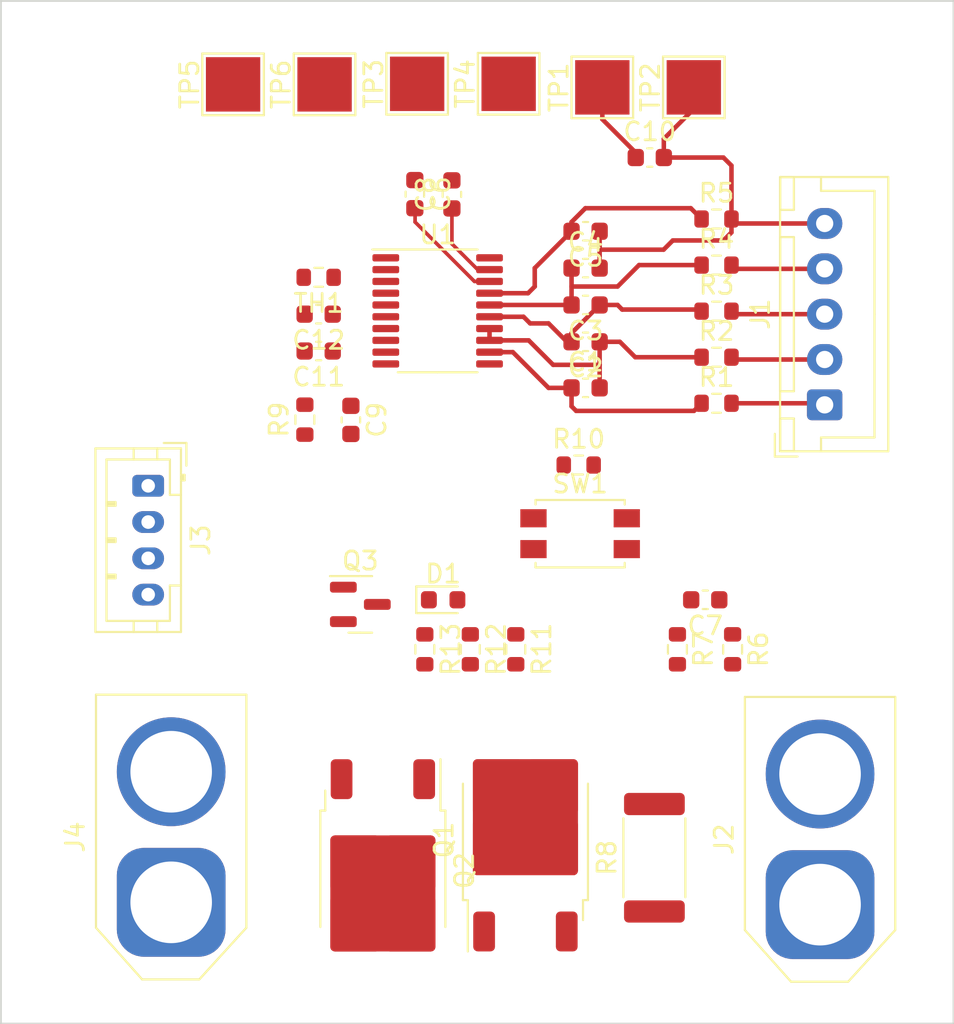
<source format=kicad_pcb>
(kicad_pcb (version 20221018) (generator pcbnew)
  (layers (0 "F.Cu" signal) (31 "B.Cu" signal) (34 "B.Paste" user) (35 "F.Paste" user) (36 "B.SilkS" user "B.Silkscreen") (37 "F.SilkS" user "F.Silkscreen") (38 "B.Mask" user) (39 "F.Mask" user) (44 "Edge.Cuts" user))
  (net 0 "")
  (net 1 "/CellMonitor/CELL3_Low")
  (net 2 "/CellMonitor/CELL2_Low")
  (net 3 "/CellMonitor/CELL1_Low")
  (net 4 "GNDREF")
  (net 5 "/CellMonitor/SRP")
  (net 6 "/CellMonitor/SRN")
  (net 7 "Net-(U1-BAT)")
  (net 8 "/REGOUT")
  (net 9 "/PACK_H")
  (net 10 "Net-(U1-CAP1)")
  (net 11 "Net-(D1-A)")
  (net 12 "Net-(J1-Pin_2)")
  (net 13 "Net-(J1-Pin_3)")
  (net 14 "Net-(J1-Pin_4)")
  (net 15 "/SCL")
  (net 16 "/ALERT")
  (net 17 "/SDA")
  (net 18 "/PACK_L")
  (net 19 "/CellMonitor/DSG")
  (net 20 "/CellMonitor/CHG")
  (net 21 "Net-(R10-Pad1)")
  (net 22 "Net-(U1-TS1)")
  (net 24 "/CellMonitor/IN_PROT")
  (net 25 "/CellMonitor/Q1_SRC")
  (net 26 "/CellMonitor/Q_DRN")
  (net 27 "/CellMonitor/CELL3_High")
  (net 28 "/CellMonitor/CELL0_Low")
  (footprint "Capacitor_SMD:C_0603_1608Metric" (layer "F.Cu") (at 109.995 91.44)
    (fp_text reference "C1" (at 0 -1.43) (layer "F.SilkS"))
    (fp_text value "Cc")
    (fp_line (start -0.14058 -0.51) (end 0.14058 -0.51) (stroke (width 0.12)) (layer "F.SilkS"))
    (fp_line (start -0.14058 0.51) (end 0.14058 0.51) (stroke (width 0.12)) (layer "F.SilkS"))
    (pad "1" smd roundrect (at -0.775 0) (size 0.9 0.95) (layers "F.Cu" "F.Paste" "F.Mask") (net 27 "/CellMonitor/CELL3_High"))
    (pad "2" smd roundrect (at 0.775 0) (size 0.9 0.95) (layers "F.Cu" "F.Paste" "F.Mask") (net 1 "/CellMonitor/CELL3_Low"))
  )
  (footprint "Diode_SMD:D_0603_1608Metric" (layer "F.Cu") (at 102.1335 103.124)
    (fp_text reference "D1" (at 0 -1.43) (layer "F.SilkS"))
    (fp_text value "D_Small")
    (fp_line (start -1.485 -0.735) (end -1.485 0.735) (stroke (width 0.12)) (layer "F.SilkS"))
    (fp_line (start -1.485 0.735) (end 0.8 0.735) (stroke (width 0.12)) (layer "F.SilkS"))
    (fp_line (start 0.8 -0.735) (end -1.485 -0.735) (stroke (width 0.12)) (layer "F.SilkS"))
    (pad "1" smd roundrect (at -0.7875 0) (size 0.875 0.95) (layers "F.Cu" "F.Paste" "F.Mask") (net 24 "/CellMonitor/IN_PROT"))
    (pad "2" smd roundrect (at 0.7875 0) (size 0.875 0.95) (layers "F.Cu" "F.Paste" "F.Mask") (net 11 "Net-(D1-A)"))
  )
  (footprint "Resistor_SMD:R_0603_1608Metric" (layer "F.Cu") (at 117.221 92.289)
    (fp_text reference "R1" (at 0 -1.43) (layer "F.SilkS"))
    (fp_text value "Rc")
    (fp_line (start -0.237258 -0.5225) (end 0.237258 -0.5225) (stroke (width 0.12)) (layer "F.SilkS"))
    (fp_line (start -0.237258 0.5225) (end 0.237258 0.5225) (stroke (width 0.12)) (layer "F.SilkS"))
    (pad "1" smd roundrect (at -0.825 0) (size 0.8 0.95) (layers "F.Cu" "F.Paste" "F.Mask") (net 27 "/CellMonitor/CELL3_High"))
    (pad "2" smd roundrect (at 0.825 0) (size 0.8 0.95) (layers "F.Cu" "F.Paste" "F.Mask") (net 9 "/PACK_H"))
  )
  (footprint "Resistor_SMD:R_0603_1608Metric" (layer "F.Cu") (at 101.122 105.855 -90)
    (fp_text reference "R13" (at 0 -1.43 90) (layer "F.SilkS"))
    (fp_text value "1M")
    (fp_line (start -0.237258 -0.5225) (end 0.237258 -0.5225) (stroke (width 0.12)) (layer "F.SilkS"))
    (fp_line (start -0.237258 0.5225) (end 0.237258 0.5225) (stroke (width 0.12)) (layer "F.SilkS"))
    (pad "1" smd roundrect (at -0.825 0 270) (size 0.8 0.95) (layers "F.Cu" "F.Paste" "F.Mask") (net 11 "Net-(D1-A)"))
    (pad "2" smd roundrect (at 0.825 0 270) (size 0.8 0.95) (layers "F.Cu" "F.Paste" "F.Mask") (net 24 "/CellMonitor/IN_PROT"))
  )
  (footprint "Resistor_SMD:R_2512_6332Metric" (layer "F.Cu") (at 113.792 117.348 90)
    (fp_text reference "R8" (at 0 -2.62 90) (layer "F.SilkS"))
    (fp_text value "Rsns")
    (fp_line (start -2.177064 -1.71) (end 2.177064 -1.71) (stroke (width 0.12)) (layer "F.SilkS"))
    (fp_line (start -2.177064 1.71) (end 2.177064 1.71) (stroke (width 0.12)) (layer "F.SilkS"))
    (pad "1" smd roundrect (at -2.9625 0 90) (size 1.225 3.35) (layers "F.Cu" "F.Paste" "F.Mask") (roundrect_rratio 0.204082) (net 4 "GNDREF"))
    (pad "2" smd roundrect (at 2.9625 0 90) (size 1.225 3.35) (layers "F.Cu" "F.Paste" "F.Mask") (roundrect_rratio 0.204082) (net 25 "/CellMonitor/Q1_SRC"))
  )
  (footprint "Resistor_SMD:R_0603_1608Metric" (layer "F.Cu") (at 109.614 95.693)
    (fp_text reference "R10" (at 0 -1.43) (layer "F.SilkS"))
    (fp_text value "10k")
    (fp_line (start -0.237258 -0.5225) (end 0.237258 -0.5225) (stroke (width 0.12)) (layer "F.SilkS"))
    (fp_line (start -0.237258 0.5225) (end 0.237258 0.5225) (stroke (width 0.12)) (layer "F.SilkS"))
    (pad "1" smd roundrect (at -0.825 0) (size 0.8 0.95) (layers "F.Cu" "F.Paste" "F.Mask") (net 21 "Net-(R10-Pad1)"))
    (pad "2" smd roundrect (at 0.825 0) (size 0.8 0.95) (layers "F.Cu" "F.Paste" "F.Mask") (net 22 "Net-(U1-TS1)"))
  )
  (footprint "Resistor_SMD:R_0603_1608Metric" (layer "F.Cu") (at 115.062 105.855 -90)
    (fp_text reference "R7" (at 0 -1.43 90) (layer "F.SilkS"))
    (fp_text value "100")
    (fp_line (start -0.237258 -0.5225) (end 0.237258 -0.5225) (stroke (width 0.12)) (layer "F.SilkS"))
    (fp_line (start -0.237258 0.5225) (end 0.237258 0.5225) (stroke (width 0.12)) (layer "F.SilkS"))
    (pad "1" smd roundrect (at -0.825 0 270) (size 0.8 0.95) (layers "F.Cu" "F.Paste" "F.Mask") (net 6 "/CellMonitor/SRN"))
    (pad "2" smd roundrect (at 0.825 0 270) (size 0.8 0.95) (layers "F.Cu" "F.Paste" "F.Mask") (net 25 "/CellMonitor/Q1_SRC"))
  )
  (footprint "Button_Switch_SMD:SW_SPST_EVQP2" (layer "F.Cu") (at 109.693 99.48)
    (fp_text reference "SW1" (at 0 -2.75) (layer "F.SilkS"))
    (fp_text value "SW_Push")
    (fp_line (start -2.46 -1.86) (end -2.46 -1.61) (stroke (width 0.12)) (layer "F.SilkS"))
    (fp_line (start -2.46 1.61) (end -2.46 1.86) (stroke (width 0.12)) (layer "F.SilkS"))
    (fp_line (start -2.46 1.86) (end 2.46 1.86) (stroke (width 0.12)) (layer "F.SilkS"))
    (fp_line (start 2.46 -1.86) (end -2.46 -1.86) (stroke (width 0.12)) (layer "F.SilkS"))
    (fp_line (start 2.46 -1.86) (end 2.46 -1.61) (stroke (width 0.12)) (layer "F.SilkS"))
    (fp_line (start 2.46 1.61) (end 2.46 1.86) (stroke (width 0.12)) (layer "F.SilkS"))
    (pad "1" smd rect (at -2.575 -0.85) (size 1.45 1) (layers "F.Cu" "F.Paste" "F.Mask") (net 3 "/CellMonitor/CELL1_Low"))
    (pad "1" smd rect (at 2.575 -0.85) (size 1.45 1) (layers "F.Cu" "F.Paste" "F.Mask") (net 3 "/CellMonitor/CELL1_Low"))
    (pad "2" smd rect (at -2.575 0.85) (size 1.45 1) (layers "F.Cu" "F.Paste" "F.Mask") (net 21 "Net-(R10-Pad1)"))
    (pad "2" smd rect (at 2.575 0.85) (size 1.45 1) (layers "F.Cu" "F.Paste" "F.Mask") (net 21 "Net-(R10-Pad1)"))
  )
  (footprint "Resistor_SMD:R_0603_1608Metric" (layer "F.Cu") (at 117.221 82.129)
    (fp_text reference "R5" (at 0 -1.43) (layer "F.SilkS"))
    (fp_text value "Rc")
    (fp_line (start -0.237258 -0.5225) (end 0.237258 -0.5225) (stroke (width 0.12)) (layer "F.SilkS"))
    (fp_line (start -0.237258 0.5225) (end 0.237258 0.5225) (stroke (width 0.12)) (layer "F.SilkS"))
    (pad "1" smd roundrect (at -0.825 0) (size 0.8 0.95) (layers "F.Cu" "F.Paste" "F.Mask") (net 28 "/CellMonitor/CELL0_Low"))
    (pad "2" smd roundrect (at 0.825 0) (size 0.8 0.95) (layers "F.Cu" "F.Paste" "F.Mask") (net 4 "GNDREF"))
  )
  (footprint "TestPoint:TestPoint_Pad_3.0x3.0mm" (layer "F.Cu") (at 110.918 74.871 90)
    (fp_text reference "TP1" (at 0 -2.398 90) (layer "F.SilkS"))
    (fp_text value "TestPoint")
    (fp_line (start -1.7 -1.7) (end 1.7 -1.7) (stroke (width 0.12)) (layer "F.SilkS"))
    (fp_line (start -1.7 1.7) (end -1.7 -1.7) (stroke (width 0.12)) (layer "F.SilkS"))
    (fp_line (start 1.7 -1.7) (end 1.7 1.7) (stroke (width 0.12)) (layer "F.SilkS"))
    (fp_line (start 1.7 1.7) (end -1.7 1.7) (stroke (width 0.12)) (layer "F.SilkS"))
    (pad "1" smd rect (at 0 0 90) (size 3 3) (layers "F.Cu" "F.Mask") (net 8 "/REGOUT"))
  )
  (footprint "Resistor_SMD:R_0603_1608Metric" (layer "F.Cu") (at 118.11 105.855 -90)
    (fp_text reference "R6" (at 0 -1.43 90) (layer "F.SilkS"))
    (fp_text value "100")
    (fp_line (start -0.237258 -0.5225) (end 0.237258 -0.5225) (stroke (width 0.12)) (layer "F.SilkS"))
    (fp_line (start -0.237258 0.5225) (end 0.237258 0.5225) (stroke (width 0.12)) (layer "F.SilkS"))
    (pad "1" smd roundrect (at -0.825 0 270) (size 0.8 0.95) (layers "F.Cu" "F.Paste" "F.Mask") (net 5 "/CellMonitor/SRP"))
    (pad "2" smd roundrect (at 0.825 0 270) (size 0.8 0.95) (layers "F.Cu" "F.Paste" "F.Mask") (net 4 "GNDREF"))
  )
  (footprint "Capacitor_SMD:C_0603_1608Metric" (layer "F.Cu") (at 109.995 88.9 180)
    (fp_text reference "C2" (at 0 -1.43) (layer "F.SilkS"))
    (fp_text value "Cc")
    (fp_line (start -0.14058 -0.51) (end 0.14058 -0.51) (stroke (width 0.12)) (layer "F.SilkS"))
    (fp_line (start -0.14058 0.51) (end 0.14058 0.51) (stroke (width 0.12)) (layer "F.SilkS"))
    (pad "1" smd roundrect (at -0.775 0 180) (size 0.9 0.95) (layers "F.Cu" "F.Paste" "F.Mask") (net 1 "/CellMonitor/CELL3_Low"))
    (pad "2" smd roundrect (at 0.775 0 180) (size 0.9 0.95) (layers "F.Cu" "F.Paste" "F.Mask") (net 2 "/CellMonitor/CELL2_Low"))
  )
  (footprint "Capacitor_SMD:C_0603_1608Metric" (layer "F.Cu") (at 113.538 78.74)
    (fp_text reference "C10" (at 0 -1.43) (layer "F.SilkS"))
    (fp_text value "4u7")
    (fp_line (start -0.14058 -0.51) (end 0.14058 -0.51) (stroke (width 0.12)) (layer "F.SilkS"))
    (fp_line (start -0.14058 0.51) (end 0.14058 0.51) (stroke (width 0.12)) (layer "F.SilkS"))
    (pad "1" smd roundrect (at -0.775 0) (size 0.9 0.95) (layers "F.Cu" "F.Paste" "F.Mask") (net 8 "/REGOUT"))
    (pad "2" smd roundrect (at 0.775 0) (size 0.9 0.95) (layers "F.Cu" "F.Paste" "F.Mask") (net 4 "GNDREF"))
  )
  (footprint "Capacitor_SMD:C_0603_1608Metric" (layer "F.Cu") (at 116.599 103.124 180)
    (fp_text reference "C7" (at 0 -1.43) (layer "F.SilkS"))
    (fp_text value "C_Small")
    (fp_line (start -0.14058 -0.51) (end 0.14058 -0.51) (stroke (width 0.12)) (layer "F.SilkS"))
    (fp_line (start -0.14058 0.51) (end 0.14058 0.51) (stroke (width 0.12)) (layer "F.SilkS"))
    (pad "1" smd roundrect (at -0.775 0 180) (size 0.9 0.95) (layers "F.Cu" "F.Paste" "F.Mask") (net 5 "/CellMonitor/SRP"))
    (pad "2" smd roundrect (at 0.775 0 180) (size 0.9 0.95) (layers "F.Cu" "F.Paste" "F.Mask") (net 6 "/CellMonitor/SRN"))
  )
  (footprint "TestPoint:TestPoint_Pad_3.0x3.0mm" (layer "F.Cu") (at 95.588 74.706 90)
    (fp_text reference "TP6" (at 0 -2.398 90) (layer "F.SilkS"))
    (fp_text value "TestPoint")
    (fp_line (start -1.7 -1.7) (end 1.7 -1.7) (stroke (width 0.12)) (layer "F.SilkS"))
    (fp_line (start -1.7 1.7) (end -1.7 -1.7) (stroke (width 0.12)) (layer "F.SilkS"))
    (fp_line (start 1.7 -1.7) (end 1.7 1.7) (stroke (width 0.12)) (layer "F.SilkS"))
    (fp_line (start 1.7 1.7) (end -1.7 1.7) (stroke (width 0.12)) (layer "F.SilkS"))
    (pad "1" smd rect (at 0 0 90) (size 3 3) (layers "F.Cu" "F.Mask") (net 4 "GNDREF"))
  )
  (footprint "Resistor_SMD:R_0603_1608Metric" (layer "F.Cu") (at 103.632 105.855 -90)
    (fp_text reference "R12" (at 0 -1.43 90) (layer "F.SilkS"))
    (fp_text value "1M")
    (fp_line (start -0.237258 -0.5225) (end 0.237258 -0.5225) (stroke (width 0.12)) (layer "F.SilkS"))
    (fp_line (start -0.237258 0.5225) (end 0.237258 0.5225) (stroke (width 0.12)) (layer "F.SilkS"))
    (pad "1" smd roundrect (at -0.825 0 270) (size 0.8 0.95) (layers "F.Cu" "F.Paste" "F.Mask") (net 24 "/CellMonitor/IN_PROT"))
    (pad "2" smd roundrect (at 0.825 0 270) (size 0.8 0.95) (layers "F.Cu" "F.Paste" "F.Mask") (net 18 "/PACK_L"))
  )
  (footprint "Connector_AMASS:AMASS_XT60-F_1x02_P7.20mm_Vertical" (layer "F.Cu") (at 122.936 119.932 90)
    (fp_text reference "J2" (at 3.6 -5.3 90) (layer "F.SilkS"))
    (fp_text value "Conn_01x02_Socket")
    (fp_line (start -4.25 -1.6) (end -4.25 1.55) (stroke (width 0.12)) (layer "F.SilkS"))
    (fp_line (start -4.25 1.55) (end -1.4 4.15) (stroke (width 0.12)) (layer "F.SilkS"))
    (fp_line (start -1.4 -4.15) (end -4.25 -1.6) (stroke (width 0.12)) (layer "F.SilkS"))
    (fp_line (start -1.4 4.15) (end 11.45 4.15) (stroke (width 0.12)) (layer "F.SilkS"))
    (fp_line (start 11.45 -4.15) (end -1.4 -4.15) (stroke (width 0.12)) (layer "F.SilkS"))
    (fp_line (start 11.45 4.15) (end 11.45 -4.15) (stroke (width 0.12)) (layer "F.SilkS"))
    (pad "1" thru_hole roundrect (at 0 0 90) (size 6 6) (drill 4.5) (layers "*.Cu" "*.Mask") (net 4 "GNDREF"))
    (pad "2" thru_hole circle (at 7.2 0 90) (size 6 6) (drill 4.5) (layers "*.Cu" "*.Mask") (net 9 "/PACK_H"))
  )
  (footprint "Package_TO_SOT_SMD:TO-252-2" (layer "F.Cu") (at 106.674 116.372 90)
    (fp_text reference "Q1" (at 0 -4.5 90) (layer "F.SilkS"))
    (fp_text value "Q_NMOS_GDS")
    (fp_line (start -3.31 -3.45) (end -3.31 -3.18) (stroke (width 0.12)) (layer "F.SilkS"))
    (fp_line (start -3.31 -3.18) (end -6.14 -3.18) (stroke (width 0.12)) (layer "F.SilkS"))
    (fp_line (start -3.31 3.18) (end -4.41 3.18) (stroke (width 0.12)) (layer "F.SilkS"))
    (fp_line (start -3.31 3.45) (end -3.31 3.18) (stroke (width 0.12)) (layer "F.SilkS"))
    (fp_line (start 3.11 -3.45) (end -3.31 -3.45) (stroke (width 0.12)) (layer "F.SilkS"))
    (fp_line (start 3.11 3.45) (end -3.31 3.45) (stroke (width 0.12)) (layer "F.SilkS"))
    (pad "1" smd roundrect (at -5.04 -2.28 90) (size 2.2 1.2) (layers "F.Cu" "F.Paste" "F.Mask") (roundrect_rratio 0.208333) (net 19 "/CellMonitor/DSG"))
    (pad "2" smd roundrect (at -0.415 -1.525 90) (size 3.05 2.75) (layers "F.Cu" "F.Paste") (roundrect_rratio 0.090909) (net 26 "/CellMonitor/Q_DRN"))
    (pad "2" smd roundrect (at -0.415 1.525 90) (size 3.05 2.75) (layers "F.Cu" "F.Paste") (roundrect_rratio 0.090909) (net 26 "/CellMonitor/Q_DRN"))
    (pad "2" smd roundrect (at 1.26 0 90) (size 6.4 5.8) (layers "F.Cu" "F.Mask") (roundrect_rratio 0.043103) (net 26 "/CellMonitor/Q_DRN"))
    (pad "2" smd roundrect (at 2.935 -1.525 90) (size 3.05 2.75) (layers "F.Cu" "F.Paste") (roundrect_rratio 0.090909) (net 26 "/CellMonitor/Q_DRN"))
    (pad "2" smd roundrect (at 2.935 1.525 90) (size 3.05 2.75) (layers "F.Cu" "F.Paste") (roundrect_rratio 0.090909) (net 26 "/CellMonitor/Q_DRN"))
    (pad "3" smd roundrect (at -5.04 2.28 90) (size 2.2 1.2) (layers "F.Cu" "F.Paste" "F.Mask") (roundrect_rratio 0.208333) (net 25 "/CellMonitor/Q1_SRC"))
  )
  (footprint "Package_SO:TSSOP-20_4.4x6.5mm_P0.65mm" (layer "F.Cu") (at 101.83 87.195)
    (fp_text reference "U1" (at 0 -4.2) (layer "F.SilkS"))
    (fp_text value "BQ76920PW")
    (fp_line (start 0 -3.385) (end -3.6 -3.385) (stroke (width 0.12)) (layer "F.SilkS"))
    (fp_line (start 0 -3.385) (end 2.2 -3.385) (stroke (width 0.12)) (layer "F.SilkS"))
    (fp_line (start 0 3.385) (end -2.2 3.385) (stroke (width 0.12)) (layer "F.SilkS"))
    (fp_line (start 0 3.385) (end 2.2 3.385) (stroke (width 0.12)) (layer "F.SilkS"))
    (pad "1" smd roundrect (at -2.8625 -2.925) (size 1.475 0.4) (layers "F.Cu" "F.Paste" "F.Mask") (net 19 "/CellMonitor/DSG"))
    (pad "2" smd roundrect (at -2.8625 -2.275) (size 1.475 0.4) (layers "F.Cu" "F.Paste" "F.Mask") (net 20 "/CellMonitor/CHG"))
    (pad "3" smd roundrect (at -2.8625 -1.625) (size 1.475 0.4) (layers "F.Cu" "F.Paste" "F.Mask") (net 4 "GNDREF"))
    (pad "4" smd roundrect (at -2.8625 -0.975) (size 1.475 0.4) (layers "F.Cu" "F.Paste" "F.Mask") (net 17 "/SDA"))
    (pad "5" smd roundrect (at -2.8625 -0.325) (size 1.475 0.4) (layers "F.Cu" "F.Paste" "F.Mask") (net 15 "/SCL"))
    (pad "6" smd roundrect (at -2.8625 0.325) (size 1.475 0.4) (layers "F.Cu" "F.Paste" "F.Mask") (net 22 "Net-(U1-TS1)"))
    (pad "7" smd roundrect (at -2.8625 0.975) (size 1.475 0.4) (layers "F.Cu" "F.Paste" "F.Mask") (net 10 "Net-(U1-CAP1)"))
    (pad "8" smd roundrect (at -2.8625 1.625) (size 1.475 0.4) (layers "F.Cu" "F.Paste" "F.Mask") (net 8 "/REGOUT"))
    (pad "9" smd roundrect (at -2.8625 2.275) (size 1.475 0.4) (layers "F.Cu" "F.Paste" "F.Mask") (net 9 "/PACK_H"))
    (pad "10" smd roundrect (at -2.8625 2.925) (size 1.475 0.4) (layers "F.Cu" "F.Paste" "F.Mask") (net 7 "Net-(U1-BAT)"))
    (pad "11" smd roundrect (at 2.8625 2.925) (size 1.475 0.4) (layers "F.Cu" "F.Paste" "F.Mask"))
    (pad "12" smd roundrect (at 2.8625 2.275) (size 1.475 0.4) (layers "F.Cu" "F.Paste" "F.Mask") (net 27 "/CellMonitor/CELL3_High"))
    (pad "13" smd roundrect (at 2.8625 1.625) (size 1.475 0.4) (layers "F.Cu" "F.Paste" "F.Mask") (net 1 "/CellMonitor/CELL3_Low"))
    (pad "14" smd roundrect (at 2.8625 0.975) (size 1.475 0.4) (layers "F.Cu" "F.Paste" "F.Mask") (net 1 "/CellMonitor/CELL3_Low"))
    (pad "15" smd roundrect (at 2.8625 0.325) (size 1.475 0.4) (layers "F.Cu" "F.Paste" "F.Mask") (net 2 "/CellMonitor/CELL2_Low"))
    (pad "16" smd roundrect (at 2.8625 -0.325) (size 1.475 0.4) (layers "F.Cu" "F.Paste" "F.Mask") (net 3 "/CellMonitor/CELL1_Low"))
    (pad "17" smd roundrect (at 2.8625 -0.975) (size 1.475 0.4) (layers "F.Cu" "F.Paste" "F.Mask") (net 28 "/CellMonitor/CELL0_Low"))
    (pad "18" smd roundrect (at 2.8625 -1.625) (size 1.475 0.4) (layers "F.Cu" "F.Paste" "F.Mask") (net 5 "/CellMonitor/SRP"))
    (pad "19" smd roundrect (at 2.8625 -2.275) (size 1.475 0.4) (layers "F.Cu" "F.Paste" "F.Mask") (net 6 "/CellMonitor/SRN"))
    (pad "20" smd roundrect (at 2.8625 -2.925) (size 1.475 0.4) (layers "F.Cu" "F.Paste" "F.Mask") (net 16 "/ALERT"))
  )
  (footprint "Resistor_SMD:R_0603_1608Metric" (layer "F.Cu") (at 106.142 105.855 -90)
    (fp_text reference "R11" (at 0 -1.43 90) (layer "F.SilkS"))
    (fp_text value "1M")
    (fp_line (start -0.237258 -0.5225) (end 0.237258 -0.5225) (stroke (width 0.12)) (layer "F.SilkS"))
    (fp_line (start -0.237258 0.5225) (end 0.237258 0.5225) (stroke (width 0.12)) (layer "F.SilkS"))
    (pad "1" smd roundrect (at -0.825 0 270) (size 0.8 0.95) (layers "F.Cu" "F.Paste" "F.Mask") (net 19 "/CellMonitor/DSG"))
    (pad "2" smd roundrect (at 0.825 0 270) (size 0.8 0.95) (layers "F.Cu" "F.Paste" "F.Mask") (net 25 "/CellMonitor/Q1_SRC"))
  )
  (footprint "Capacitor_SMD:C_0603_1608Metric" (layer "F.Cu") (at 100.571 80.759 -90)
    (fp_text reference "C6" (at 0 -1.43 90) (layer "F.SilkS"))
    (fp_text value "C_Small")
    (fp_line (start -0.14058 -0.51) (end 0.14058 -0.51) (stroke (width 0.12)) (layer "F.SilkS"))
    (fp_line (start -0.14058 0.51) (end 0.14058 0.51) (stroke (width 0.12)) (layer "F.SilkS"))
    (pad "1" smd roundrect (at -0.775 0 270) (size 0.9 0.95) (layers "F.Cu" "F.Paste" "F.Mask") (net 4 "GNDREF"))
    (pad "2" smd roundrect (at 0.775 0 270) (size 0.9 0.95) (layers "F.Cu" "F.Paste" "F.Mask") (net 5 "/CellMonitor/SRP"))
  )
  (footprint "Connector_AMASS:AMASS_XT60-M_1x02_P7.20mm_Vertical" (layer "F.Cu") (at 87.122 119.805 90)
    (fp_text reference "J4" (at 3.6 -5.3 90) (layer "F.SilkS"))
    (fp_text value "Conn_01x02_Socket")
    (fp_line (start -4.25 -1.6) (end -4.25 1.55) (stroke (width 0.12)) (layer "F.SilkS"))
    (fp_line (start -4.25 1.55) (end -1.4 4.15) (stroke (width 0.12)) (layer "F.SilkS"))
    (fp_line (start -1.4 -4.15) (end -4.25 -1.6) (stroke (width 0.12)) (layer "F.SilkS"))
    (fp_line (start -1.4 4.15) (end 11.45 4.15) (stroke (width 0.12)) (layer "F.SilkS"))
    (fp_line (start 11.45 -4.15) (end -1.4 -4.15) (stroke (width 0.12)) (layer "F.SilkS"))
    (fp_line (start 11.45 4.15) (end 11.45 -4.15) (stroke (width 0.12)) (layer "F.SilkS"))
    (pad "1" thru_hole roundrect (at 0 0 90) (size 6 6) (drill 4.5) (layers "*.Cu" "*.Mask") (net 18 "/PACK_L"))
    (pad "2" thru_hole circle (at 7.2 0 90) (size 6 6) (drill 4.5) (layers "*.Cu" "*.Mask") (net 9 "/PACK_H"))
  )
  (footprint "Capacitor_SMD:C_0603_1608Metric" (layer "F.Cu") (at 102.616 80.772 90)
    (fp_text reference "C8" (at 0 -1.43 90) (layer "F.SilkS"))
    (fp_text value "C_Small")
    (fp_line (start -0.14058 -0.51) (end 0.14058 -0.51) (stroke (width 0.12)) (layer "F.SilkS"))
    (fp_line (start -0.14058 0.51) (end 0.14058 0.51) (stroke (width 0.12)) (layer "F.SilkS"))
    (pad "1" smd roundrect (at -0.775 0 90) (size 0.9 0.95) (layers "F.Cu" "F.Paste" "F.Mask") (net 6 "/CellMonitor/SRN"))
    (pad "2" smd roundrect (at 0.775 0 90) (size 0.9 0.95) (layers "F.Cu" "F.Paste" "F.Mask") (net 4 "GNDREF"))
  )
  (footprint "Capacitor_SMD:C_0603_1608Metric" (layer "F.Cu") (at 97.041 93.205 -90)
    (fp_text reference "C9" (at 0 -1.43 90) (layer "F.SilkS"))
    (fp_text value "Cf")
    (fp_line (start -0.14058 -0.51) (end 0.14058 -0.51) (stroke (width 0.12)) (layer "F.SilkS"))
    (fp_line (start -0.14058 0.51) (end 0.14058 0.51) (stroke (width 0.12)) (layer "F.SilkS"))
    (pad "1" smd roundrect (at -0.775 0 270) (size 0.9 0.95) (layers "F.Cu" "F.Paste" "F.Mask") (net 7 "Net-(U1-BAT)"))
    (pad "2" smd roundrect (at 0.775 0 270) (size 0.9 0.95) (layers "F.Cu" "F.Paste" "F.Mask") (net 4 "GNDREF"))
  )
  (footprint "Resistor_SMD:R_0603_1608Metric" (layer "F.Cu") (at 95.263 85.344 180)
    (fp_text reference "TH1" (at 0 -1.43) (layer "F.SilkS"))
    (fp_text value "10k")
    (fp_line (start -0.237258 -0.5225) (end 0.237258 -0.5225) (stroke (width 0.12)) (layer "F.SilkS"))
    (fp_line (start -0.237258 0.5225) (end 0.237258 0.5225) (stroke (width 0.12)) (layer "F.SilkS"))
    (pad "1" smd roundrect (at -0.825 0 180) (size 0.8 0.95) (layers "F.Cu" "F.Paste" "F.Mask") (net 22 "Net-(U1-TS1)"))
    (pad "2" smd roundrect (at 0.825 0 180) (size 0.8 0.95) (layers "F.Cu" "F.Paste" "F.Mask") (net 4 "GNDREF"))
  )
  (footprint "Capacitor_SMD:C_0603_1608Metric" (layer "F.Cu") (at 95.263 87.376 180)
    (fp_text reference "C12" (at 0 -1.43) (layer "F.SilkS"))
    (fp_text value "1u")
    (fp_line (start -0.14058 -0.51) (end 0.14058 -0.51) (stroke (width 0.12)) (layer "F.SilkS"))
    (fp_line (start -0.14058 0.51) (end 0.14058 0.51) (stroke (width 0.12)) (layer "F.SilkS"))
    (pad "1" smd roundrect (at -0.775 0 180) (size 0.9 0.95) (layers "F.Cu" "F.Paste" "F.Mask") (net 10 "Net-(U1-CAP1)"))
    (pad "2" smd roundrect (at 0.775 0 180) (size 0.9 0.95) (layers "F.Cu" "F.Paste" "F.Mask") (net 4 "GNDREF"))
  )
  (footprint "TestPoint:TestPoint_Pad_3.0x3.0mm" (layer "F.Cu") (at 105.748 74.676 90)
    (fp_text reference "TP4" (at 0 -2.398 90) (layer "F.SilkS"))
    (fp_text value "TestPoint")
    (fp_line (start -1.7 -1.7) (end 1.7 -1.7) (stroke (width 0.12)) (layer "F.SilkS"))
    (fp_line (start -1.7 1.7) (end -1.7 -1.7) (stroke (width 0.12)) (layer "F.SilkS"))
    (fp_line (start 1.7 -1.7) (end 1.7 1.7) (stroke (width 0.12)) (layer "F.SilkS"))
    (fp_line (start 1.7 1.7) (end -1.7 1.7) (stroke (width 0.12)) (layer "F.SilkS"))
    (pad "1" smd rect (at 0 0 90) (size 3 3) (layers "F.Cu" "F.Mask") (net 16 "/ALERT"))
  )
  (footprint "Capacitor_SMD:C_0603_1608Metric" (layer "F.Cu") (at 109.995 86.868 180)
    (fp_text reference "C3" (at 0 -1.43) (layer "F.SilkS"))
    (fp_text value "Cc")
    (fp_line (start -0.14058 -0.51) (end 0.14058 -0.51) (stroke (width 0.12)) (layer "F.SilkS"))
    (fp_line (start -0.14058 0.51) (end 0.14058 0.51) (stroke (width 0.12)) (layer "F.SilkS"))
    (pad "1" smd roundrect (at -0.775 0 180) (size 0.9 0.95) (layers "F.Cu" "F.Paste" "F.Mask") (net 2 "/CellMonitor/CELL2_Low"))
    (pad "2" smd roundrect (at 0.775 0 180) (size 0.9 0.95) (layers "F.Cu" "F.Paste" "F.Mask") (net 3 "/CellMonitor/CELL1_Low"))
  )
  (footprint "Resistor_SMD:R_0603_1608Metric" (layer "F.Cu") (at 117.221 84.669)
    (fp_text reference "R4" (at 0 -1.43) (layer "F.SilkS"))
    (fp_text value "Rc")
    (fp_line (start -0.237258 -0.5225) (end 0.237258 -0.5225) (stroke (width 0.12)) (layer "F.SilkS"))
    (fp_line (start -0.237258 0.5225) (end 0.237258 0.5225) (stroke (width 0.12)) (layer "F.SilkS"))
    (pad "1" smd roundrect (at -0.825 0) (size 0.8 0.95) (layers "F.Cu" "F.Paste" "F.Mask") (net 3 "/CellMonitor/CELL1_Low"))
    (pad "2" smd roundrect (at 0.825 0) (size 0.8 0.95) (layers "F.Cu" "F.Paste" "F.Mask") (net 14 "Net-(J1-Pin_4)"))
  )
  (footprint "Capacitor_SMD:C_0603_1608Metric" (layer "F.Cu") (at 109.995 84.836)
    (fp_text reference "C4" (at 0 -1.43) (layer "F.SilkS"))
    (fp_text value "Cc")
    (fp_line (start -0.14058 -0.51) (end 0.14058 -0.51) (stroke (width 0.12)) (layer "F.SilkS"))
    (fp_line (start -0.14058 0.51) (end 0.14058 0.51) (stroke (width 0.12)) (layer "F.SilkS"))
    (pad "1" smd roundrect (at -0.775 0) (size 0.9 0.95) (layers "F.Cu" "F.Paste" "F.Mask") (net 3 "/CellMonitor/CELL1_Low"))
    (pad "2" smd roundrect (at 0.775 0) (size 0.9 0.95) (layers "F.Cu" "F.Paste" "F.Mask") (net 4 "GNDREF"))
  )
  (footprint "Connector_JST:JST_XH_B5B-XH-A_1x05_P2.50mm_Vertical" (layer "F.Cu") (at 123.19 92.376 90)
    (fp_text reference "J1" (at 5 -3.55 90) (layer "F.SilkS"))
    (fp_text value "Conn_01x05_Socket")
    (fp_line (start -2.85 -2.75) (end -2.85 -1.5) (stroke (width 0.12)) (layer "F.SilkS"))
    (fp_line (start -2.56 -2.46) (end -2.56 3.51) (stroke (width 0.12)) (layer "F.SilkS"))
    (fp_line (start -2.56 3.51) (end 12.56 3.51) (stroke (width 0.12)) (layer "F.SilkS"))
    (fp_line (start -2.55 -2.45) (end -2.55 -1.7) (stroke (width 0.12)) (layer "F.SilkS"))
    (fp_line (start -2.55 -1.7) (end -0.75 -1.7) (stroke (width 0.12)) (layer "F.SilkS"))
    (fp_line (start -2.55 -0.2) (end -1.8 -0.2) (stroke (width 0.12)) (layer "F.SilkS"))
    (fp_line (start -1.8 -0.2) (end -1.8 2.75) (stroke (width 0.12)) (layer "F.SilkS"))
    (fp_line (start -1.8 2.75) (end 5 2.75) (stroke (width 0.12)) (layer "F.SilkS"))
    (fp_line (start -1.6 -2.75) (end -2.85 -2.75) (stroke (width 0.12)) (layer "F.SilkS"))
    (fp_line (start -0.75 -2.45) (end -2.55 -2.45) (stroke (width 0.12)) (layer "F.SilkS"))
    (fp_line (start -0.75 -1.7) (end -0.75 -2.45) (stroke (width 0.12)) (layer "F.SilkS"))
    (fp_line (start 0.75 -2.45) (end 0.75 -1.7) (stroke (width 0.12)) (layer "F.SilkS"))
    (fp_line (start 0.75 -1.7) (end 9.25 -1.7) (stroke (width 0.12)) (layer "F.SilkS"))
    (fp_line (start 9.25 -2.45) (end 0.75 -2.45) (stroke (width 0.12)) (layer "F.SilkS"))
    (fp_line (start 9.25 -1.7) (end 9.25 -2.45) (stroke (width 0.12)) (layer "F.SilkS"))
    (fp_line (start 10.75 -2.45) (end 10.75 -1.7) (stroke (width 0.12)) (layer "F.SilkS"))
    (fp_line (start 10.75 -1.7) (end 12.55 -1.7) (stroke (width 0.12)) (layer "F.SilkS"))
    (fp_line (start 11.8 -0.2) (end 11.8 2.75) (stroke (width 0.12)) (layer "F.SilkS"))
    (fp_line (start 11.8 2.75) (end 5 2.75) (stroke (width 0.12)) (layer "F.SilkS"))
    (fp_line (start 12.55 -2.45) (end 10.75 -2.45) (stroke (width 0.12)) (layer "F.SilkS"))
    (fp_line (start 12.55 -1.7) (end 12.55 -2.45) (stroke (width 0.12)) (layer "F.SilkS"))
    (fp_line (start 12.55 -0.2) (end 11.8 -0.2) (stroke (width 0.12)) (layer "F.SilkS"))
    (fp_line (start 12.56 -2.46) (end -2.56 -2.46) (stroke (width 0.12)) (layer "F.SilkS"))
    (fp_line (start 12.56 3.51) (end 12.56 -2.46) (stroke (width 0.12)) (layer "F.SilkS"))
    (pad "1" thru_hole roundrect (at 0 0 90) (size 1.7 1.95) (drill 0.95) (layers "*.Cu" "*.Mask") (roundrect_rratio 0.147059) (net 9 "/PACK_H"))
    (pad "2" thru_hole oval (at 2.5 0 90) (size 1.7 1.95) (drill 0.95) (layers "*.Cu" "*.Mask") (net 12 "Net-(J1-Pin_2)"))
    (pad "3" thru_hole oval (at 5 0 90) (size 1.7 1.95) (drill 0.95) (layers "*.Cu" "*.Mask") (net 13 "Net-(J1-Pin_3)"))
    (pad "4" thru_hole oval (at 7.5 0 90) (size 1.7 1.95) (drill 0.95) (layers "*.Cu" "*.Mask") (net 14 "Net-(J1-Pin_4)"))
    (pad "5" thru_hole oval (at 10 0 90) (size 1.7 1.95) (drill 0.95) (layers "*.Cu" "*.Mask") (net 4 "GNDREF"))
  )
  (footprint "Connector_JST:JST_PH_B4B-PH-K_1x04_P2.00mm_Vertical" (layer "F.Cu") (at 85.852 96.838 -90)
    (fp_text reference "J3" (at 3 -2.9 90) (layer "F.SilkS"))
    (fp_text value "Conn_01x04_Pin")
    (fp_line (start -2.36 -2.11) (end -2.36 -0.86) (stroke (width 0.12)) (layer "F.SilkS"))
    (fp_line (start -2.06 -1.81) (end -2.06 2.91) (stroke (width 0.12)) (layer "F.SilkS"))
    (fp_line (start -2.06 -0.5) (end -1.45 -0.5) (stroke (width 0.12)) (layer "F.SilkS"))
    (fp_line (start -2.06 0.8) (end -1.45 0.8) (stroke (width 0.12)) (layer "F.SilkS"))
    (fp_line (start -2.06 2.91) (end 8.06 2.91) (stroke (width 0.12)) (layer "F.SilkS"))
    (fp_line (start -1.45 -1.2) (end -1.45 2.3) (stroke (width 0.12)) (layer "F.SilkS"))
    (fp_line (start -1.45 2.3) (end 7.45 2.3) (stroke (width 0.12)) (layer "F.SilkS"))
    (fp_line (start -1.11 -2.11) (end -2.36 -2.11) (stroke (width 0.12)) (layer "F.SilkS"))
    (fp_line (start -0.6 -2.01) (end -0.6 -1.81) (stroke (width 0.12)) (layer "F.SilkS"))
    (fp_line (start -0.3 -2.01) (end -0.6 -2.01) (stroke (width 0.12)) (layer "F.SilkS"))
    (fp_line (start -0.3 -1.91) (end -0.6 -1.91) (stroke (width 0.12)) (layer "F.SilkS"))
    (fp_line (start -0.3 -1.81) (end -0.3 -2.01) (stroke (width 0.12)) (layer "F.SilkS"))
    (fp_line (start 0.5 -1.81) (end 0.5 -1.2) (stroke (width 0.12)) (layer "F.SilkS"))
    (fp_line (start 0.5 -1.2) (end -1.45 -1.2) (stroke (width 0.12)) (layer "F.SilkS"))
    (fp_line (start 0.9 1.8) (end 1.1 1.8) (stroke (width 0.12)) (layer "F.SilkS"))
    (fp_line (start 0.9 2.3) (end 0.9 1.8) (stroke (width 0.12)) (layer "F.SilkS"))
    (fp_line (start 1 2.3) (end 1 1.8) (stroke (width 0.12)) (layer "F.SilkS"))
    (fp_line (start 1.1 1.8) (end 1.1 2.3) (stroke (width 0.12)) (layer "F.SilkS"))
    (fp_line (start 2.9 1.8) (end 3.1 1.8) (stroke (width 0.12)) (layer "F.SilkS"))
    (fp_line (start 2.9 2.3) (end 2.9 1.8) (stroke (width 0.12)) (layer "F.SilkS"))
    (fp_line (start 3 2.3) (end 3 1.8) (stroke (width 0.12)) (layer "F.SilkS"))
    (fp_line (start 3.1 1.8) (end 3.1 2.3) (stroke (width 0.12)) (layer "F.SilkS"))
    (fp_line (start 4.9 1.8) (end 5.1 1.8) (stroke (width 0.12)) (layer "F.SilkS"))
    (fp_line (start 4.9 2.3) (end 4.9 1.8) (stroke (width 0.12)) (layer "F.SilkS"))
    (fp_line (start 5 2.3) (end 5 1.8) (stroke (width 0.12)) (layer "F.SilkS"))
    (fp_line (start 5.1 1.8) (end 5.1 2.3) (stroke (width 0.12)) (layer "F.SilkS"))
    (fp_line (start 5.5 -1.2) (end 5.5 -1.81) (stroke (width 0.12)) (layer "F.SilkS"))
    (fp_line (start 7.45 -1.2) (end 5.5 -1.2) (stroke (width 0.12)) (layer "F.SilkS"))
    (fp_line (start 7.45 2.3) (end 7.45 -1.2) (stroke (width 0.12)) (layer "F.SilkS"))
    (fp_line (start 8.06 -1.81) (end -2.06 -1.81) (stroke (width 0.12)) (layer "F.SilkS"))
    (fp_line (start 8.06 -0.5) (end 7.45 -0.5) (stroke (width 0.12)) (layer "F.SilkS"))
    (fp_line (start 8.06 0.8) (end 7.45 0.8) (stroke (width 0.12)) (layer "F.SilkS"))
    (fp_line (start 8.06 2.91) (end 8.06 -1.81) (stroke (width 0.12)) (layer "F.SilkS"))
    (pad "1" thru_hole roundrect (at 0 0 270) (size 1.2 1.75) (drill 0.75) (layers "*.Cu" "*.Mask") (roundrect_rratio 0.208333) (net 15 "/SCL"))
    (pad "2" thru_hole oval (at 2 0 270) (size 1.2 1.75) (drill 0.75) (layers "*.Cu" "*.Mask") (net 16 "/ALERT"))
    (pad "3" thru_hole oval (at 4 0 270) (size 1.2 1.75) (drill 0.75) (layers "*.Cu" "*.Mask") (net 17 "/SDA"))
    (pad "4" thru_hole oval (at 6 0 270) (size 1.2 1.75) (drill 0.75) (layers "*.Cu" "*.Mask") (net 4 "GNDREF"))
  )
  (footprint "Resistor_SMD:R_0603_1608Metric" (layer "F.Cu") (at 94.501 93.192 90)
    (fp_text reference "R9" (at 0 -1.43 90) (layer "F.SilkS"))
    (fp_text value "Rf")
    (fp_line (start -0.237258 -0.5225) (end 0.237258 -0.5225) (stroke (width 0.12)) (layer "F.SilkS"))
    (fp_line (start -0.237258 0.5225) (end 0.237258 0.5225) (stroke (width 0.12)) (layer "F.SilkS"))
    (pad "1" smd roundrect (at -0.825 0 90) (size 0.8 0.95) (layers "F.Cu" "F.Paste" "F.Mask") (net 9 "/PACK_H"))
    (pad "2" smd roundrect (at 0.825 0 90) (size 0.8 0.95) (layers "F.Cu" "F.Paste" "F.Mask") (net 7 "Net-(U1-BAT)"))
  )
  (footprint "Package_TO_SOT_SMD:TO-252-2" (layer "F.Cu") (at 98.806 118.055 -90)
    (fp_text reference "Q2" (at 0 -4.5 90) (layer "F.SilkS"))
    (fp_text value "Q_NMOS_GDS")
    (fp_line (start -3.31 -3.45) (end -3.31 -3.18) (stroke (width 0.12)) (layer "F.SilkS"))
    (fp_line (start -3.31 -3.18) (end -6.14 -3.18) (stroke (width 0.12)) (layer "F.SilkS"))
    (fp_line (start -3.31 3.18) (end -4.41 3.18) (stroke (width 0.12)) (layer "F.SilkS"))
    (fp_line (start -3.31 3.45) (end -3.31 3.18) (stroke (width 0.12)) (layer "F.SilkS"))
    (fp_line (start 3.11 -3.45) (end -3.31 -3.45) (stroke (width 0.12)) (layer "F.SilkS"))
    (fp_line (start 3.11 3.45) (end -3.31 3.45) (stroke (width 0.12)) (layer "F.SilkS"))
    (pad "1" smd roundrect (at -5.04 -2.28 270) (size 2.2 1.2) (layers "F.Cu" "F.Paste" "F.Mask") (roundrect_rratio 0.208333) (net 24 "/CellMonitor/IN_PROT"))
    (pad "2" smd roundrect (at -0.415 -1.525 270) (size 3.05 2.75) (layers "F.Cu" "F.Paste") (roundrect_rratio 0.090909) (net 26 "/CellMonitor/Q_DRN"))
    (pad "2" smd roundrect (at -0.415 1.525 270) (size 3.05 2.75) (layers "F.Cu" "F.Paste") (roundrect_rratio 0.090909) (net 26 "/CellMonitor/Q_DRN"))
    (pad "2" smd roundrect (at 1.26 0 270) (size 6.4 5.8) (layers "F.Cu" "F.Mask") (roundrect_rratio 0.043103) (net 26 "/CellMonitor/Q_DRN"))
    (pad "2" smd roundrect (at 2.935 -1.525 270) (size 3.05 2.75) (layers "F.Cu" "F.Paste") (roundrect_rratio 0.090909) (net 26 "/CellMonitor/Q_DRN"))
    (pad "2" smd roundrect (at 2.935 1.525 270) (size 3.05 2.75) (layers "F.Cu" "F.Paste") (roundrect_rratio 0.090909) (net 26 "/CellMonitor/Q_DRN"))
    (pad "3" smd roundrect (at -5.04 2.28 270) (size 2.2 1.2) (layers "F.Cu" "F.Paste" "F.Mask") (roundrect_rratio 0.208333) (net 18 "/PACK_L"))
  )
  (footprint "Capacitor_SMD:C_0603_1608Metric" (layer "F.Cu") (at 109.995 82.804 180)
    (fp_text reference "C5" (at 0 -1.43) (layer "F.SilkS"))
    (fp_text value "Cc")
    (fp_line (start -0.14058 -0.51) (end 0.14058 -0.51) (stroke (width 0.12)) (layer "F.SilkS"))
    (fp_line (start -0.14058 0.51) (end 0.14058 0.51) (stroke (width 0.12)) (layer "F.SilkS"))
    (pad "1" smd roundrect (at -0.775 0 180) (size 0.9 0.95) (layers "F.Cu" "F.Paste" "F.Mask") (net 4 "GNDREF"))
    (pad "2" smd roundrect (at 0.775 0 180) (size 0.9 0.95) (layers "F.Cu" "F.Paste" "F.Mask") (net 28 "/CellMonitor/CELL0_Low"))
  )
  (footprint "TestPoint:TestPoint_Pad_3.0x3.0mm" (layer "F.Cu") (at 90.538 74.706 90)
    (fp_text reference "TP5" (at 0 -2.398 90) (layer "F.SilkS"))
    (fp_text value "TestPoint")
    (fp_line (start -1.7 -1.7) (end 1.7 -1.7) (stroke (width 0.12)) (layer "F.SilkS"))
    (fp_line (start -1.7 1.7) (end -1.7 -1.7) (stroke (width 0.12)) (layer "F.SilkS"))
    (fp_line (start 1.7 -1.7) (end 1.7 1.7) (stroke (width 0.12)) (layer "F.SilkS"))
    (fp_line (start 1.7 1.7) (end -1.7 1.7) (stroke (width 0.12)) (layer "F.SilkS"))
    (pad "1" smd rect (at 0 0 90) (size 3 3) (layers "F.Cu" "F.Mask") (net 17 "/SDA"))
  )
  (footprint "Capacitor_SMD:C_0603_1608Metric" (layer "F.Cu") (at 95.263 89.408 180)
    (fp_text reference "C11" (at 0 -1.43) (layer "F.SilkS"))
    (fp_text value "1u")
    (fp_line (start -0.14058 -0.51) (end 0.14058 -0.51) (stroke (width 0.12)) (layer "F.SilkS"))
    (fp_line (start -0.14058 0.51) (end 0.14058 0.51) (stroke (width 0.12)) (layer "F.SilkS"))
    (pad "1" smd roundrect (at -0.775 0 180) (size 0.9 0.95) (layers "F.Cu" "F.Paste" "F.Mask") (net 9 "/PACK_H"))
    (pad "2" smd roundrect (at 0.775 0 180) (size 0.9 0.95) (layers "F.Cu" "F.Paste" "F.Mask") (net 4 "GNDREF"))
  )
  (footprint "TestPoint:TestPoint_Pad_3.0x3.0mm" (layer "F.Cu") (at 100.698 74.676 90)
    (fp_text reference "TP3" (at 0 -2.398 90) (layer "F.SilkS"))
    (fp_text value "TestPoint")
    (fp_line (start -1.7 -1.7) (end 1.7 -1.7) (stroke (width 0.12)) (layer "F.SilkS"))
    (fp_line (start -1.7 1.7) (end -1.7 -1.7) (stroke (width 0.12)) (layer "F.SilkS"))
    (fp_line (start 1.7 -1.7) (end 1.7 1.7) (stroke (width 0.12)) (layer "F.SilkS"))
    (fp_line (start 1.7 1.7) (end -1.7 1.7) (stroke (width 0.12)) (layer "F.SilkS"))
    (pad "1" smd rect (at 0 0 90) (size 3 3) (layers "F.Cu" "F.Mask") (net 15 "/SCL"))
  )
  (footprint "Package_TO_SOT_SMD:SOT-23" (layer "F.Cu") (at 97.5615 103.378)
    (fp_text reference "Q3" (at 0 -2.4) (layer "F.SilkS"))
    (fp_text value "Q_PMOS_GSD")
    (fp_line (start 0 -1.56) (end -1.675 -1.56) (stroke (width 0.12)) (layer "F.SilkS"))
    (fp_line (start 0 -1.56) (end 0.65 -1.56) (stroke (width 0.12)) (layer "F.SilkS"))
    (fp_line (start 0 1.56) (end -0.65 1.56) (stroke (width 0.12)) (layer "F.SilkS"))
    (fp_line (start 0 1.56) (end 0.65 1.56) (stroke (width 0.12)) (layer "F.SilkS"))
    (pad "1" smd roundrect (at -0.9375 -0.95) (size 1.475 0.6) (layers "F.Cu" "F.Paste" "F.Mask") (net 4 "GNDREF"))
    (pad "2" smd roundrect (at -0.9375 0.95) (size 1.475 0.6) (layers "F.Cu" "F.Paste" "F.Mask") (net 20 "/CellMonitor/CHG"))
    (pad "3" smd roundrect (at 0.9375 0) (size 1.475 0.6) (layers "F.Cu" "F.Paste" "F.Mask") (net 11 "Net-(D1-A)"))
  )
  (footprint "Resistor_SMD:R_0603_1608Metric" (layer "F.Cu") (at 117.221 89.749)
    (fp_text reference "R2" (at 0 -1.43) (layer "F.SilkS"))
    (fp_text value "Rc")
    (fp_line (start -0.237258 -0.5225) (end 0.237258 -0.5225) (stroke (width 0.12)) (layer "F.SilkS"))
    (fp_line (start -0.237258 0.5225) (end 0.237258 0.5225) (stroke (width 0.12)) (layer "F.SilkS"))
    (pad "1" smd roundrect (at -0.825 0) (size 0.8 0.95) (layers "F.Cu" "F.Paste" "F.Mask") (net 1 "/CellMonitor/CELL3_Low"))
    (pad "2" smd roundrect (at 0.825 0) (size 0.8 0.95) (layers "F.Cu" "F.Paste" "F.Mask") (net 12 "Net-(J1-Pin_2)"))
  )
  (footprint "TestPoint:TestPoint_Pad_3.0x3.0mm" (layer "F.Cu") (at 115.968 74.871 90)
    (fp_text reference "TP2" (at 0 -2.398 90) (layer "F.SilkS"))
    (fp_text value "TestPoint")
    (fp_line (start -1.7 -1.7) (end 1.7 -1.7) (stroke (width 0.12)) (layer "F.SilkS"))
    (fp_line (start -1.7 1.7) (end -1.7 -1.7) (stroke (width 0.12)) (layer "F.SilkS"))
    (fp_line (start 1.7 -1.7) (end 1.7 1.7) (stroke (width 0.12)) (layer "F.SilkS"))
    (fp_line (start 1.7 1.7) (end -1.7 1.7) (stroke (width 0.12)) (layer "F.SilkS"))
    (pad "1" smd rect (at 0 0 90) (size 3 3) (layers "F.Cu" "F.Mask") (net 4 "GNDREF"))
  )
  (footprint "Resistor_SMD:R_0603_1608Metric" (layer "F.Cu") (at 117.221 87.209)
    (fp_text reference "R3" (at 0 -1.43) (layer "F.SilkS"))
    (fp_text value "Rc")
    (fp_line (start -0.237258 -0.5225) (end 0.237258 -0.5225) (stroke (width 0.12)) (layer "F.SilkS"))
    (fp_line (start -0.237258 0.5225) (end 0.237258 0.5225) (stroke (width 0.12)) (layer "F.SilkS"))
    (pad "1" smd roundrect (at -0.825 0) (size 0.8 0.95) (layers "F.Cu" "F.Paste" "F.Mask") (net 2 "/CellMonitor/CELL2_Low"))
    (pad "2" smd roundrect (at 0.825 0) (size 0.8 0.95) (layers "F.Cu" "F.Paste" "F.Mask") (net 13 "Net-(J1-Pin_3)"))
  )
  (gr_rect (start 77.724 70.104) (end 130.302 126.492) (stroke (width 0.1)) (fill none) (layer "Edge.Cuts"))
  (segment (start 108.204 90.17) (end 110.77 90.17) (width 0.25) (layer "F.Cu") (net 1))
  (segment (start 112.736 89.749) (end 116.396 89.749) (width 0.25) (layer "F.Cu") (net 1))
  (segment (start 110.77 90.17) (end 110.77 88.9) (width 0.25) (layer "F.Cu") (net 1))
  (segment (start 111.887 88.9) (end 112.736 89.749) (width 0.25) (layer "F.Cu") (net 1))
  (segment (start 110.77 88.9) (end 111.887 88.9) (width 0.25) (layer "F.Cu") (net 1))
  (segment (start 104.6925 88.17) (end 104.6925 88.82) (width 0.25) (layer "F.Cu") (net 1))
  (segment (start 104.6925 88.82) (end 106.854 88.82) (width 0.25) (layer "F.Cu") (net 1))
  (segment (start 110.77 91.44) (end 110.77 90.17) (width 0.25) (layer "F.Cu") (net 1))
  (segment (start 106.854 88.82) (end 108.204 90.17) (width 0.25) (layer "F.Cu") (net 1))
  (segment (start 110.77 86.868) (end 111.76 86.868) (width 0.25) (layer "F.Cu") (net 2))
  (segment (start 108.966 88.9) (end 107.95 87.884) (width 0.25) (layer "F.Cu") (net 2))
  (segment (start 109.22 88.418) (end 110.77 86.868) (width 0.25) (layer "F.Cu") (net 2))
  (segment (start 106.934 87.884) (end 106.57 87.52) (width 0.25) (layer "F.Cu") (net 2))
  (segment (start 109.22 88.9) (end 109.22 88.418) (width 0.25) (layer "F.Cu") (net 2))
  (segment (start 116.309 87.122) (end 116.396 87.209) (width 0.25) (layer "F.Cu") (net 2))
  (segment (start 106.57 87.52) (end 104.6925 87.52) (width 0.25) (layer "F.Cu") (net 2))
  (segment (start 109.22 88.9) (end 108.966 88.9) (width 0.25) (layer "F.Cu") (net 2))
  (segment (start 112.014 87.122) (end 116.309 87.122) (width 0.25) (layer "F.Cu") (net 2))
  (segment (start 111.76 86.868) (end 112.014 87.122) (width 0.25) (layer "F.Cu") (net 2))
  (segment (start 107.95 87.884) (end 106.934 87.884) (width 0.25) (layer "F.Cu") (net 2))
  (segment (start 104.6945 86.868) (end 104.6925 86.87) (width 0.25) (layer "F.Cu") (net 3))
  (segment (start 109.22 85.852) (end 111.76 85.852) (width 0.25) (layer "F.Cu") (net 3))
  (segment (start 111.76 85.852) (end 112.943 84.669) (width 0.25) (layer "F.Cu") (net 3))
  (segment (start 109.22 85.852) (end 109.22 84.836) (width 0.25) (layer "F.Cu") (net 3))
  (segment (start 109.22 86.868) (end 104.6945 86.868) (width 0.25) (layer "F.Cu") (net 3))
  (segment (start 112.943 84.669) (end 116.396 84.669) (width 0.25) (layer "F.Cu") (net 3))
  (segment (start 109.22 86.868) (end 109.22 85.852) (width 0.25) (layer "F.Cu") (net 3))
  (segment (start 110.77 83.82) (end 114.3 83.82) (width 0.25) (layer "F.Cu") (net 4))
  (segment (start 114.313 78.74) (end 117.602 78.74) (width 0.25) (layer "F.Cu") (net 4))
  (segment (start 110.77 83.82) (end 110.77 82.804) (width 0.25) (layer "F.Cu") (net 4))
  (segment (start 118.046 82.868) (end 118.046 82.129) (width 0.25) (layer "F.Cu") (net 4))
  (segment (start 110.77 84.836) (end 110.77 83.82) (width 0.25) (layer "F.Cu") (net 4))
  (segment (start 118.046 79.184) (end 118.046 82.129) (width 0.25) (layer "F.Cu") (net 4))
  (segment (start 114.3 83.82) (end 114.808 83.312) (width 0.25) (layer "F.Cu") (net 4))
  (segment (start 118.293 82.376) (end 123.19 82.376) (width 0.25) (layer "F.Cu") (net 4))
  (segment (start 114.313 77.711) (end 115.968 76.056) (width 0.25) (layer "F.Cu") (net 4))
  (segment (start 115.968 76.056) (end 115.968 74.871) (width 0.25) (layer "F.Cu") (net 4))
  (segment (start 114.313 78.74) (end 114.313 77.711) (width 0.25) (layer "F.Cu") (net 4))
  (segment (start 114.808 83.312) (end 117.602 83.312) (width 0.25) (layer "F.Cu") (net 4))
  (segment (start 117.602 83.312) (end 118.046 82.868) (width 0.25) (layer "F.Cu") (net 4))
  (segment (start 117.602 78.74) (end 118.046 79.184) (width 0.25) (layer "F.Cu") (net 4))
  (segment (start 118.046 82.129) (end 118.293 82.376) (width 0.25) (layer "F.Cu") (net 4))
  (segment (start 100.584 81.547) (end 100.584 82.296) (width 0.2) (layer "F.Cu") (net 5))
  (segment (start 100.584 82.296) (end 103.858 85.57) (width 0.2) (layer "F.Cu") (net 5))
  (segment (start 100.571 81.534) (end 100.584 81.547) (width 0.2) (layer "F.Cu") (net 5))
  (segment (start 103.858 85.57) (end 104.6925 85.57) (width 0.2) (layer "F.Cu") (net 5))
  (segment (start 104.039315 84.92) (end 104.6925 84.92) (width 0.2) (layer "F.Cu") (net 6))
  (segment (start 102.616 81.547) (end 102.616 83.496685) (width 0.2) (layer "F.Cu") (net 6))
  (segment (start 102.616 83.496685) (end 104.039315 84.92) (width 0.2) (layer "F.Cu") (net 6))
  (segment (start 110.918 76.628) (end 110.918 74.871) (width 0.25) (layer "F.Cu") (net 8))
  (segment (start 112.763 78.473) (end 110.918 76.628) (width 0.25) (layer "F.Cu") (net 8))
  (segment (start 112.763 78.74) (end 112.763 78.473) (width 0.25) (layer "F.Cu") (net 8))
  (segment (start 123.103 92.289) (end 123.19 92.376) (width 0.25) (layer "F.Cu") (net 9))
  (segment (start 118.046 92.289) (end 123.103 92.289) (width 0.25) (layer "F.Cu") (net 9))
  (segment (start 118.173 89.876) (end 123.19 89.876) (width 0.25) (layer "F.Cu") (net 12))
  (segment (start 118.046 89.749) (end 118.173 89.876) (width 0.25) (layer "F.Cu") (net 12))
  (segment (start 118.046 87.209) (end 118.213 87.376) (width 0.25) (layer "F.Cu") (net 13))
  (segment (start 118.213 87.376) (end 123.19 87.376) (width 0.25) (layer "F.Cu") (net 13))
  (segment (start 118.046 84.669) (end 118.253 84.876) (width 0.25) (layer "F.Cu") (net 14))
  (segment (start 118.253 84.876) (end 123.19 84.876) (width 0.25) (layer "F.Cu") (net 14))
  (segment (start 107.95 91.44) (end 105.98 89.47) (width 0.25) (layer "F.Cu") (net 27))
  (segment (start 109.22 91.44) (end 109.22 92.456) (width 0.25) (layer "F.Cu") (net 27))
  (segment (start 109.22 92.456) (end 109.474 92.71) (width 0.25) (layer "F.Cu") (net 27))
  (segment (start 109.22 91.44) (end 107.95 91.44) (width 0.25) (layer "F.Cu") (net 27))
  (segment (start 105.98 89.47) (end 104.6925 89.47) (width 0.25) (layer "F.Cu") (net 27))
  (segment (start 115.975 92.71) (end 116.396 92.289) (width 0.25) (layer "F.Cu") (net 27))
  (segment (start 109.474 92.71) (end 115.975 92.71) (width 0.25) (layer "F.Cu") (net 27))
  (segment (start 115.801 81.534) (end 116.396 82.129) (width 0.25) (layer "F.Cu") (net 28))
  (segment (start 109.22 82.804) (end 109.22 82.296) (width 0.25) (layer "F.Cu") (net 28))
  (segment (start 106.82 86.22) (end 107.188 85.852) (width 0.25) (layer "F.Cu") (net 28))
  (segment (start 109.982 81.534) (end 115.801 81.534) (width 0.25) (layer "F.Cu") (net 28))
  (segment (start 107.188 84.836) (end 109.22 82.804) (width 0.25) (layer "F.Cu") (net 28))
  (segment (start 109.22 82.296) (end 109.982 81.534) (width 0.25) (layer "F.Cu") (net 28))
  (segment (start 107.188 85.852) (end 107.188 84.836) (width 0.25) (layer "F.Cu") (net 28))
  (segment (start 104.6925 86.22) (end 106.82 86.22) (width 0.25) (layer "F.Cu") (net 28))
)
</source>
